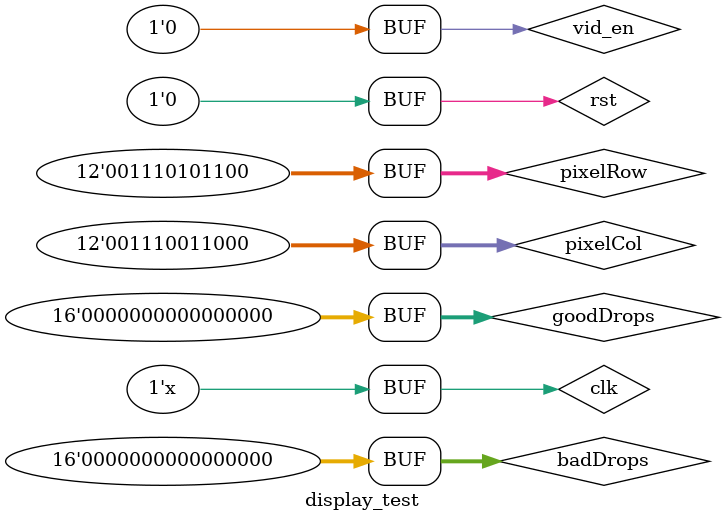
<source format=v>
`timescale 1ns / 1ps


module display_test(

    );
    
    reg clk;
    reg rst;
    reg [11:0] pixelCol;
    reg [11:0] pixelRow;
    wire  [16:0] frPixAddress;
    wire  [16:0] logoPixAddress;
    reg vid_en;
    reg [15:0] goodDrops;
    reg [15:0] badDrops;
    wire [3:0] blue;
    wire [3:0] green;
    wire [3:0] red;
    
    display uut(
        .clk(clk),
        .rst(rst),
        .pixelCol(pixelCol),
        .pixelRow(pixelRow),
        .vid_en(vid_en),
        .goodDrops(goodDrops),
        .badDrops(badDrops),
        .logoPixAddress(logoPixAddress),
        .frPixAddress(frPixAddress),
        .blue(blue),
        .green(green),
        .red(red)
    );
    
    initial begin
        // Initialize Inputs
        clk = 0;
        rst = 0;
        pixelCol = 900;
        pixelRow = 100;
        vid_en = 0;
        goodDrops = 0;
        badDrops = 0;
        
        // Wait 100 ns for global reset to finish
        #100;
        
        // Add stimulus here
        
        for (pixelRow = 700; pixelRow < 940; pixelRow = pixelRow + 1) begin
            #10;
            for (pixelCol = 600; pixelCol < 920; pixelCol = pixelCol +1) begin
                #2;
            end
            
        end

    end
    
    always begin
        #5 clk = !clk;
    end
    
endmodule

</source>
